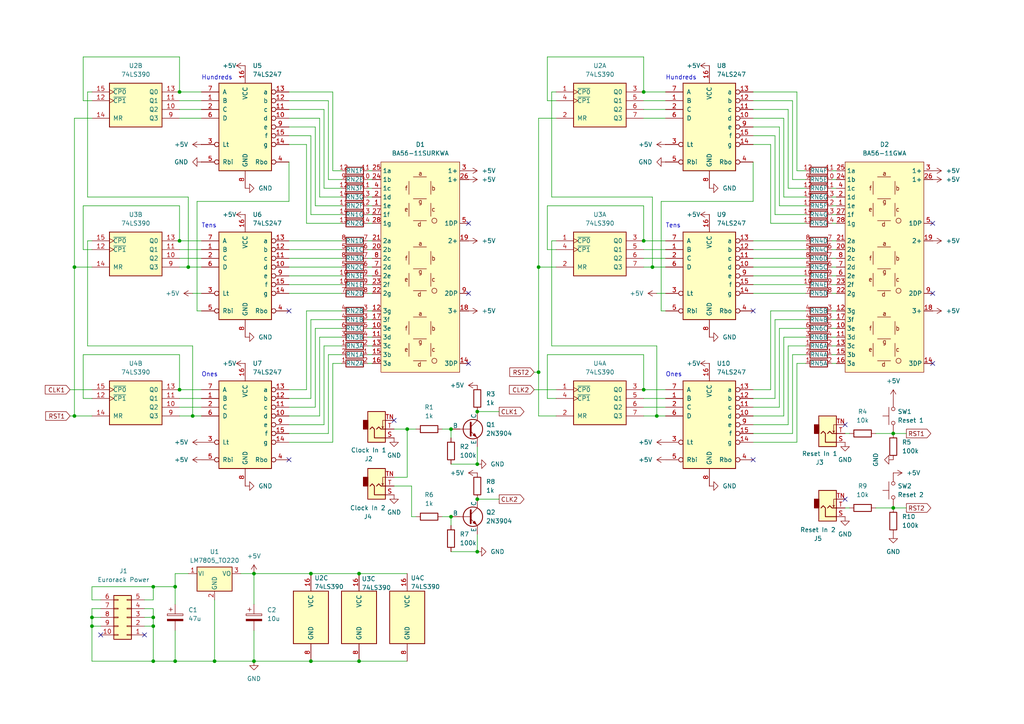
<source format=kicad_sch>
(kicad_sch (version 20250114) (generator "eeschema") (generator_version "9.0")
  (paper "A4")
  (text "Ones" (at 193.04 108.712 0) (effects (font (size 1.27 1.27)) (justify left)))
  (text "Tens" (at 58.42 65.532 0) (effects (font (size 1.27 1.27)) (justify left)))
  (text "Hundreds" (at 58.42 22.606 0) (effects (font (size 1.27 1.27)) (justify left)))
  (text "Ones" (at 58.42 108.712 0) (effects (font (size 1.27 1.27)) (justify left)))
  (text "Tens" (at 193.04 65.532 0) (effects (font (size 1.27 1.27)) (justify left)))
  (text "Hundreds" (at 193.04 22.606 0) (effects (font (size 1.27 1.27)) (justify left)))
  (junction (at 104.14 166.37))
  (junction (at 259.08 125.73))
  (junction (at 130.81 149.86))
  (junction (at 44.45 170.18))
  (junction (at 52.07 113.03))
  (junction (at 190.5 120.65))
  (junction (at 259.08 147.32))
  (junction (at 118.11 124.46))
  (junction (at 138.43 160.02))
  (junction (at 21.59 77.47))
  (junction (at 44.45 181.61))
  (junction (at 138.43 134.62))
  (junction (at 55.88 120.65))
  (junction (at 138.43 144.78))
  (junction (at 52.07 69.85))
  (junction (at 186.69 113.03))
  (junction (at 138.43 119.38))
  (junction (at 50.8 191.77))
  (junction (at 186.69 69.85))
  (junction (at 26.67 181.61))
  (junction (at 44.45 191.77))
  (junction (at 156.21 107.95))
  (junction (at 90.17 166.37))
  (junction (at 44.45 179.07))
  (junction (at 186.69 26.67))
  (junction (at 50.8 170.18))
  (junction (at 54.61 77.47))
  (junction (at 156.21 77.47))
  (junction (at 104.14 191.77))
  (junction (at 73.66 191.77))
  (junction (at 62.23 191.77))
  (junction (at 130.81 124.46))
  (junction (at 73.66 166.37))
  (junction (at 52.07 26.67))
  (junction (at 189.23 77.47))
  (junction (at 90.17 191.77))
  (junction (at 21.59 120.65))
  (junction (at 26.67 179.07))
  (no_connect (at 41.91 184.15))
  (no_connect (at 83.82 133.35))
  (no_connect (at 270.51 105.41))
  (no_connect (at 270.51 64.77))
  (no_connect (at 135.89 64.77))
  (no_connect (at 135.89 85.09))
  (no_connect (at 218.44 90.17))
  (no_connect (at 135.89 105.41))
  (no_connect (at 114.3 121.92))
  (no_connect (at 218.44 133.35))
  (no_connect (at 83.82 90.17))
  (no_connect (at 245.11 123.19))
  (no_connect (at 29.21 184.15))
  (no_connect (at 270.51 85.09))
  (no_connect (at 245.11 144.78))
  (wire (pts (xy 161.29 72.39) (xy 158.75 72.39)))
  (wire (pts (xy 191.77 90.17) (xy 191.77 58.42)))
  (wire (pts (xy 54.61 77.47) (xy 58.42 77.47)))
  (wire (pts (xy 26.67 173.99) (xy 26.67 170.18)))
  (wire (pts (xy 186.69 34.29) (xy 193.04 34.29)))
  (wire (pts (xy 106.68 77.47) (xy 107.95 77.47)))
  (wire (pts (xy 228.6 123.19) (xy 228.6 100.33)))
  (wire (pts (xy 104.14 191.77) (xy 118.11 191.77)))
  (wire (pts (xy 25.4 57.15) (xy 25.4 26.67)))
  (wire (pts (xy 44.45 181.61) (xy 44.45 191.77)))
  (wire (pts (xy 52.07 102.87) (xy 24.13 102.87)))
  (wire (pts (xy 41.91 179.07) (xy 44.45 179.07)))
  (wire (pts (xy 241.3 64.77) (xy 242.57 64.77)))
  (wire (pts (xy 58.42 90.17) (xy 57.15 90.17)))
  (wire (pts (xy 96.52 49.53) (xy 99.06 49.53)))
  (wire (pts (xy 57.15 90.17) (xy 57.15 58.42)))
  (wire (pts (xy 241.3 54.61) (xy 242.57 54.61)))
  (wire (pts (xy 218.44 39.37) (xy 224.79 39.37)))
  (wire (pts (xy 52.07 69.85) (xy 58.42 69.85)))
  (wire (pts (xy 83.82 118.11) (xy 91.44 118.11)))
  (wire (pts (xy 50.8 191.77) (xy 62.23 191.77)))
  (wire (pts (xy 24.13 16.51) (xy 52.07 16.51)))
  (wire (pts (xy 106.68 59.69) (xy 107.95 59.69)))
  (wire (pts (xy 218.44 80.01) (xy 233.68 80.01)))
  (wire (pts (xy 218.44 72.39) (xy 233.68 72.39)))
  (wire (pts (xy 186.69 69.85) (xy 193.04 69.85)))
  (wire (pts (xy 83.82 115.57) (xy 90.17 115.57)))
  (wire (pts (xy 241.3 57.15) (xy 242.57 57.15)))
  (wire (pts (xy 41.91 181.61) (xy 44.45 181.61)))
  (wire (pts (xy 160.02 57.15) (xy 160.02 26.67)))
  (wire (pts (xy 83.82 34.29) (xy 92.71 34.29)))
  (wire (pts (xy 241.3 100.33) (xy 242.57 100.33)))
  (wire (pts (xy 83.82 123.19) (xy 93.98 123.19)))
  (wire (pts (xy 91.44 59.69) (xy 99.06 59.69)))
  (wire (pts (xy 92.71 120.65) (xy 83.82 120.65)))
  (wire (pts (xy 95.25 102.87) (xy 99.06 102.87)))
  (wire (pts (xy 88.9 41.91) (xy 88.9 64.77)))
  (wire (pts (xy 160.02 26.67) (xy 161.29 26.67)))
  (wire (pts (xy 24.13 102.87) (xy 24.13 115.57)))
  (wire (pts (xy 93.98 31.75) (xy 93.98 54.61)))
  (wire (pts (xy 52.07 31.75) (xy 58.42 31.75)))
  (wire (pts (xy 90.17 92.71) (xy 99.06 92.71)))
  (wire (pts (xy 73.66 182.88) (xy 73.66 191.77)))
  (wire (pts (xy 106.68 82.55) (xy 107.95 82.55)))
  (wire (pts (xy 158.75 16.51) (xy 186.69 16.51)))
  (wire (pts (xy 106.68 97.79) (xy 107.95 97.79)))
  (wire (pts (xy 83.82 29.21) (xy 95.25 29.21)))
  (wire (pts (xy 90.17 166.37) (xy 104.14 166.37)))
  (wire (pts (xy 119.38 149.86) (xy 120.65 149.86)))
  (wire (pts (xy 226.06 95.25) (xy 233.68 95.25)))
  (wire (pts (xy 88.9 64.77) (xy 99.06 64.77)))
  (wire (pts (xy 83.82 58.42) (xy 83.82 46.99)))
  (wire (pts (xy 228.6 31.75) (xy 228.6 54.61)))
  (wire (pts (xy 156.21 107.95) (xy 156.21 120.65)))
  (wire (pts (xy 91.44 36.83) (xy 91.44 59.69)))
  (wire (pts (xy 62.23 173.99) (xy 62.23 191.77)))
  (wire (pts (xy 186.69 72.39) (xy 193.04 72.39)))
  (wire (pts (xy 83.82 77.47) (xy 99.06 77.47)))
  (wire (pts (xy 62.23 191.77) (xy 73.66 191.77)))
  (wire (pts (xy 241.3 82.55) (xy 242.57 82.55)))
  (wire (pts (xy 21.59 77.47) (xy 26.67 77.47)))
  (wire (pts (xy 218.44 125.73) (xy 229.87 125.73)))
  (wire (pts (xy 241.3 97.79) (xy 242.57 97.79)))
  (wire (pts (xy 90.17 39.37) (xy 90.17 62.23)))
  (wire (pts (xy 44.45 179.07) (xy 44.45 181.61)))
  (wire (pts (xy 92.71 34.29) (xy 92.71 57.15)))
  (wire (pts (xy 241.3 69.85) (xy 242.57 69.85)))
  (wire (pts (xy 190.5 85.09) (xy 193.04 85.09)))
  (wire (pts (xy 26.67 176.53) (xy 29.21 176.53)))
  (wire (pts (xy 114.3 124.46) (xy 118.11 124.46)))
  (wire (pts (xy 92.71 97.79) (xy 92.71 120.65)))
  (wire (pts (xy 218.44 34.29) (xy 227.33 34.29)))
  (wire (pts (xy 41.91 176.53) (xy 44.45 176.53)))
  (wire (pts (xy 106.68 52.07) (xy 107.95 52.07)))
  (wire (pts (xy 106.68 102.87) (xy 107.95 102.87)))
  (wire (pts (xy 193.04 90.17) (xy 191.77 90.17)))
  (wire (pts (xy 83.82 125.73) (xy 95.25 125.73)))
  (wire (pts (xy 158.75 29.21) (xy 158.75 16.51)))
  (wire (pts (xy 224.79 115.57) (xy 224.79 92.71)))
  (wire (pts (xy 55.88 100.33) (xy 55.88 120.65)))
  (wire (pts (xy 106.68 92.71) (xy 107.95 92.71)))
  (wire (pts (xy 26.67 191.77) (xy 26.67 181.61)))
  (wire (pts (xy 259.08 125.73) (xy 262.89 125.73)))
  (wire (pts (xy 88.9 90.17) (xy 88.9 113.03)))
  (wire (pts (xy 231.14 26.67) (xy 231.14 49.53)))
  (wire (pts (xy 57.15 58.42) (xy 83.82 58.42)))
  (wire (pts (xy 26.67 120.65) (xy 21.59 120.65)))
  (wire (pts (xy 218.44 58.42) (xy 218.44 46.99)))
  (wire (pts (xy 52.07 77.47) (xy 54.61 77.47)))
  (wire (pts (xy 154.94 113.03) (xy 161.29 113.03)))
  (wire (pts (xy 24.13 29.21) (xy 24.13 16.51)))
  (wire (pts (xy 118.11 124.46) (xy 118.11 138.43)))
  (wire (pts (xy 52.07 29.21) (xy 58.42 29.21)))
  (wire (pts (xy 96.52 105.41) (xy 99.06 105.41)))
  (wire (pts (xy 229.87 29.21) (xy 229.87 52.07)))
  (wire (pts (xy 130.81 149.86) (xy 130.81 152.4)))
  (wire (pts (xy 26.67 69.85) (xy 25.4 69.85)))
  (wire (pts (xy 161.29 29.21) (xy 158.75 29.21)))
  (wire (pts (xy 95.25 29.21) (xy 95.25 52.07)))
  (wire (pts (xy 223.52 90.17) (xy 223.52 113.03)))
  (wire (pts (xy 218.44 36.83) (xy 226.06 36.83)))
  (wire (pts (xy 241.3 105.41) (xy 242.57 105.41)))
  (wire (pts (xy 93.98 54.61) (xy 99.06 54.61)))
  (wire (pts (xy 228.6 54.61) (xy 233.68 54.61)))
  (wire (pts (xy 91.44 95.25) (xy 99.06 95.25)))
  (wire (pts (xy 21.59 77.47) (xy 21.59 120.65)))
  (wire (pts (xy 52.07 72.39) (xy 58.42 72.39)))
  (wire (pts (xy 156.21 77.47) (xy 161.29 77.47)))
  (wire (pts (xy 93.98 100.33) (xy 99.06 100.33)))
  (wire (pts (xy 160.02 100.33) (xy 190.5 100.33)))
  (wire (pts (xy 26.67 34.29) (xy 21.59 34.29)))
  (wire (pts (xy 138.43 144.78) (xy 144.78 144.78)))
  (wire (pts (xy 186.69 77.47) (xy 189.23 77.47)))
  (wire (pts (xy 186.69 31.75) (xy 193.04 31.75)))
  (wire (pts (xy 138.43 154.94) (xy 138.43 160.02)))
  (wire (pts (xy 106.68 85.09) (xy 107.95 85.09)))
  (wire (pts (xy 26.67 179.07) (xy 29.21 179.07)))
  (wire (pts (xy 189.23 77.47) (xy 193.04 77.47)))
  (wire (pts (xy 241.3 72.39) (xy 242.57 72.39)))
  (wire (pts (xy 83.82 36.83) (xy 91.44 36.83)))
  (wire (pts (xy 26.67 29.21) (xy 24.13 29.21)))
  (wire (pts (xy 218.44 31.75) (xy 228.6 31.75)))
  (wire (pts (xy 160.02 69.85) (xy 160.02 100.33)))
  (wire (pts (xy 83.82 69.85) (xy 99.06 69.85)))
  (wire (pts (xy 241.3 95.25) (xy 242.57 95.25)))
  (wire (pts (xy 226.06 36.83) (xy 226.06 59.69)))
  (wire (pts (xy 218.44 115.57) (xy 224.79 115.57)))
  (wire (pts (xy 224.79 39.37) (xy 224.79 62.23)))
  (wire (pts (xy 156.21 77.47) (xy 156.21 107.95)))
  (wire (pts (xy 83.82 31.75) (xy 93.98 31.75)))
  (wire (pts (xy 26.67 170.18) (xy 44.45 170.18)))
  (wire (pts (xy 106.68 69.85) (xy 107.95 69.85)))
  (wire (pts (xy 233.68 90.17) (xy 223.52 90.17)))
  (wire (pts (xy 106.68 64.77) (xy 107.95 64.77)))
  (wire (pts (xy 83.82 26.67) (xy 96.52 26.67)))
  (wire (pts (xy 52.07 120.65) (xy 55.88 120.65)))
  (wire (pts (xy 91.44 118.11) (xy 91.44 95.25)))
  (wire (pts (xy 241.3 85.09) (xy 242.57 85.09)))
  (wire (pts (xy 69.85 166.37) (xy 73.66 166.37)))
  (wire (pts (xy 44.45 176.53) (xy 44.45 179.07)))
  (wire (pts (xy 26.67 179.07) (xy 26.67 176.53)))
  (wire (pts (xy 259.08 147.32) (xy 262.89 147.32)))
  (wire (pts (xy 241.3 77.47) (xy 242.57 77.47)))
  (wire (pts (xy 50.8 170.18) (xy 50.8 175.26)))
  (wire (pts (xy 106.68 54.61) (xy 107.95 54.61)))
  (wire (pts (xy 233.68 97.79) (xy 227.33 97.79)))
  (wire (pts (xy 218.44 128.27) (xy 231.14 128.27)))
  (wire (pts (xy 241.3 80.01) (xy 242.57 80.01)))
  (wire (pts (xy 241.3 52.07) (xy 242.57 52.07)))
  (wire (pts (xy 158.75 102.87) (xy 158.75 115.57)))
  (wire (pts (xy 138.43 129.54) (xy 138.43 134.62)))
  (wire (pts (xy 231.14 105.41) (xy 233.68 105.41)))
  (wire (pts (xy 95.25 52.07) (xy 99.06 52.07)))
  (wire (pts (xy 54.61 77.47) (xy 54.61 57.15)))
  (wire (pts (xy 26.67 181.61) (xy 29.21 181.61)))
  (wire (pts (xy 186.69 29.21) (xy 193.04 29.21)))
  (wire (pts (xy 24.13 72.39) (xy 24.13 59.69)))
  (wire (pts (xy 26.67 173.99) (xy 29.21 173.99)))
  (wire (pts (xy 158.75 72.39) (xy 158.75 59.69)))
  (wire (pts (xy 52.07 115.57) (xy 58.42 115.57)))
  (wire (pts (xy 20.32 120.65) (xy 21.59 120.65)))
  (wire (pts (xy 25.4 26.67) (xy 26.67 26.67)))
  (wire (pts (xy 223.52 64.77) (xy 233.68 64.77)))
  (wire (pts (xy 118.11 138.43) (xy 114.3 138.43)))
  (wire (pts (xy 104.14 166.37) (xy 118.11 166.37)))
  (wire (pts (xy 106.68 105.41) (xy 107.95 105.41)))
  (wire (pts (xy 119.38 140.97) (xy 114.3 140.97)))
  (wire (pts (xy 83.82 74.93) (xy 99.06 74.93)))
  (wire (pts (xy 26.67 72.39) (xy 24.13 72.39)))
  (wire (pts (xy 227.33 57.15) (xy 233.68 57.15)))
  (wire (pts (xy 218.44 74.93) (xy 233.68 74.93)))
  (wire (pts (xy 90.17 115.57) (xy 90.17 92.71)))
  (wire (pts (xy 224.79 92.71) (xy 233.68 92.71)))
  (wire (pts (xy 241.3 74.93) (xy 242.57 74.93)))
  (wire (pts (xy 44.45 170.18) (xy 44.45 173.99)))
  (wire (pts (xy 24.13 59.69) (xy 52.07 59.69)))
  (wire (pts (xy 83.82 41.91) (xy 88.9 41.91)))
  (wire (pts (xy 73.66 191.77) (xy 90.17 191.77)))
  (wire (pts (xy 52.07 113.03) (xy 52.07 102.87)))
  (wire (pts (xy 227.33 97.79) (xy 227.33 120.65)))
  (wire (pts (xy 119.38 149.86) (xy 119.38 140.97)))
  (wire (pts (xy 254 147.32) (xy 259.08 147.32)))
  (wire (pts (xy 52.07 16.51) (xy 52.07 26.67)))
  (wire (pts (xy 156.21 34.29) (xy 156.21 77.47)))
  (wire (pts (xy 241.3 102.87) (xy 242.57 102.87)))
  (wire (pts (xy 190.5 100.33) (xy 190.5 120.65)))
  (wire (pts (xy 227.33 34.29) (xy 227.33 57.15)))
  (wire (pts (xy 228.6 100.33) (xy 233.68 100.33)))
  (wire (pts (xy 73.66 166.37) (xy 90.17 166.37)))
  (wire (pts (xy 227.33 120.65) (xy 218.44 120.65)))
  (wire (pts (xy 241.3 92.71) (xy 242.57 92.71)))
  (wire (pts (xy 231.14 49.53) (xy 233.68 49.53)))
  (wire (pts (xy 218.44 118.11) (xy 226.06 118.11)))
  (wire (pts (xy 241.3 62.23) (xy 242.57 62.23)))
  (wire (pts (xy 106.68 90.17) (xy 107.95 90.17)))
  (wire (pts (xy 218.44 29.21) (xy 229.87 29.21)))
  (wire (pts (xy 88.9 113.03) (xy 83.82 113.03)))
  (wire (pts (xy 223.52 113.03) (xy 218.44 113.03)))
  (wire (pts (xy 138.43 119.38) (xy 144.78 119.38)))
  (wire (pts (xy 99.06 90.17) (xy 88.9 90.17)))
  (wire (pts (xy 218.44 82.55) (xy 233.68 82.55)))
  (wire (pts (xy 106.68 100.33) (xy 107.95 100.33)))
  (wire (pts (xy 44.45 191.77) (xy 50.8 191.77)))
  (wire (pts (xy 24.13 115.57) (xy 26.67 115.57)))
  (wire (pts (xy 128.27 124.46) (xy 130.81 124.46)))
  (wire (pts (xy 83.82 39.37) (xy 90.17 39.37)))
  (wire (pts (xy 44.45 173.99) (xy 41.91 173.99)))
  (wire (pts (xy 218.44 77.47) (xy 233.68 77.47)))
  (wire (pts (xy 223.52 41.91) (xy 223.52 64.77)))
  (wire (pts (xy 191.77 58.42) (xy 218.44 58.42)))
  (wire (pts (xy 186.69 118.11) (xy 193.04 118.11)))
  (wire (pts (xy 83.82 85.09) (xy 99.06 85.09)))
  (wire (pts (xy 52.07 34.29) (xy 58.42 34.29)))
  (wire (pts (xy 218.44 85.09) (xy 233.68 85.09)))
  (wire (pts (xy 106.68 95.25) (xy 107.95 95.25)))
  (wire (pts (xy 161.29 120.65) (xy 156.21 120.65)))
  (wire (pts (xy 50.8 166.37) (xy 50.8 170.18)))
  (wire (pts (xy 106.68 62.23) (xy 107.95 62.23)))
  (wire (pts (xy 54.61 166.37) (xy 50.8 166.37)))
  (wire (pts (xy 55.88 85.09) (xy 58.42 85.09)))
  (wire (pts (xy 83.82 80.01) (xy 99.06 80.01)))
  (wire (pts (xy 106.68 57.15) (xy 107.95 57.15)))
  (wire (pts (xy 20.32 113.03) (xy 26.67 113.03)))
  (wire (pts (xy 106.68 49.53) (xy 107.95 49.53)))
  (wire (pts (xy 128.27 149.86) (xy 130.81 149.86)))
  (wire (pts (xy 55.88 120.65) (xy 58.42 120.65)))
  (wire (pts (xy 92.71 57.15) (xy 99.06 57.15)))
  (wire (pts (xy 83.82 82.55) (xy 99.06 82.55)))
  (wire (pts (xy 161.29 69.85) (xy 160.02 69.85)))
  (wire (pts (xy 83.82 128.27) (xy 96.52 128.27)))
  (wire (pts (xy 229.87 52.07) (xy 233.68 52.07)))
  (wire (pts (xy 21.59 34.29) (xy 21.59 77.47)))
  (wire (pts (xy 154.94 107.95) (xy 156.21 107.95)))
  (wire (pts (xy 130.81 127) (xy 130.81 124.46)))
  (wire (pts (xy 99.06 97.79) (xy 92.71 97.79)))
  (wire (pts (xy 96.52 26.67) (xy 96.52 49.53)))
  (wire (pts (xy 186.69 26.67) (xy 193.04 26.67)))
  (wire (pts (xy 52.07 26.67) (xy 58.42 26.67)))
  (wire (pts (xy 54.61 57.15) (xy 25.4 57.15)))
  (wire (pts (xy 50.8 182.88) (xy 50.8 191.77)))
  (wire (pts (xy 229.87 102.87) (xy 233.68 102.87)))
  (wire (pts (xy 241.3 59.69) (xy 242.57 59.69)))
  (wire (pts (xy 52.07 113.03) (xy 58.42 113.03)))
  (wire (pts (xy 90.17 62.23) (xy 99.06 62.23)))
  (wire (pts (xy 25.4 100.33) (xy 55.88 100.33)))
  (wire (pts (xy 226.06 59.69) (xy 233.68 59.69)))
  (wire (pts (xy 186.69 59.69) (xy 186.69 69.85)))
  (wire (pts (xy 95.25 125.73) (xy 95.25 102.87)))
  (wire (pts (xy 186.69 113.03) (xy 193.04 113.03)))
  (wire (pts (xy 118.11 124.46) (xy 120.65 124.46)))
  (wire (pts (xy 96.52 128.27) (xy 96.52 105.41)))
  (wire (pts (xy 245.11 125.73) (xy 246.38 125.73)))
  (wire (pts (xy 226.06 118.11) (xy 226.06 95.25)))
  (wire (pts (xy 189.23 57.15) (xy 160.02 57.15)))
  (wire (pts (xy 52.07 74.93) (xy 58.42 74.93)))
  (wire (pts (xy 218.44 26.67) (xy 231.14 26.67)))
  (wire (pts (xy 90.17 191.77) (xy 104.14 191.77)))
  (wire (pts (xy 190.5 120.65) (xy 193.04 120.65)))
  (wire (pts (xy 44.45 191.77) (xy 26.67 191.77)))
  (wire (pts (xy 106.68 74.93) (xy 107.95 74.93)))
  (wire (pts (xy 218.44 123.19) (xy 228.6 123.19)))
  (wire (pts (xy 161.29 34.29) (xy 156.21 34.29)))
  (wire (pts (xy 245.11 147.32) (xy 246.38 147.32)))
  (wire (pts (xy 52.07 118.11) (xy 58.42 118.11)))
  (wire (pts (xy 158.75 59.69) (xy 186.69 59.69)))
  (wire (pts (xy 52.07 59.69) (xy 52.07 69.85)))
  (wire (pts (xy 106.68 80.01) (xy 107.95 80.01)))
  (wire (pts (xy 229.87 125.73) (xy 229.87 102.87)))
  (wire (pts (xy 186.69 102.87) (xy 158.75 102.87)))
  (wire (pts (xy 241.3 49.53) (xy 242.57 49.53)))
  (wire (pts (xy 241.3 90.17) (xy 242.57 90.17)))
  (wire (pts (xy 26.67 181.61) (xy 26.67 179.07)))
  (wire (pts (xy 224.79 62.23) (xy 233.68 62.23)))
  (wire (pts (xy 186.69 16.51) (xy 186.69 26.67)))
  (wire (pts (xy 83.82 72.39) (xy 99.06 72.39)))
  (wire (pts (xy 186.69 120.65) (xy 190.5 120.65)))
  (wire (pts (xy 93.98 123.19) (xy 93.98 100.33)))
  (wire (pts (xy 73.66 166.37) (xy 73.66 175.26)))
  (wire (pts (xy 218.44 69.85) (xy 233.68 69.85)))
  (wire (pts (xy 186.69 115.57) (xy 193.04 115.57)))
  (wire (pts (xy 44.45 170.18) (xy 50.8 170.18)))
  (wire (pts (xy 130.81 134.62) (xy 138.43 134.62)))
  (wire (pts (xy 231.14 128.27) (xy 231.14 105.41)))
  (wire (pts (xy 130.81 160.02) (xy 138.43 160.02)))
  (wire (pts (xy 106.68 72.39) (xy 107.95 72.39)))
  (wire (pts (xy 254 125.73) (xy 259.08 125.73)))
  (wire (pts (xy 186.69 74.93) (xy 193.04 74.93)))
  (wire (pts (xy 218.44 41.91) (xy 223.52 41.91)))
  (wire (pts (xy 186.69 113.03) (xy 186.69 102.87)))
  (wire (pts (xy 158.75 115.57) (xy 161.29 115.57)))
  (wire (pts (xy 25.4 69.85) (xy 25.4 100.33)))
  (wire (pts (xy 189.23 77.47) (xy 189.23 57.15)))
  (global_label "CLK1" (shape input) (at 20.32 113.03 180) (property "Intersheetrefs" "${INTERSHEET_REFS}" (effects (hide yes))))
  (global_label "RST1" (shape output) (at 262.89 125.73 0) (property "Intersheetrefs" "${INTERSHEET_REFS}" (effects (hide yes))))
  (global_label "CLK2" (shape output) (at 144.78 144.78 0) (property "Intersheetrefs" "${INTERSHEET_REFS}" (effects (hide yes))))
  (global_label "CLK2" (shape input) (at 154.94 113.03 180) (property "Intersheetrefs" "${INTERSHEET_REFS}" (effects (hide yes))))
  (global_label "RST2" (shape input) (at 154.94 107.95 180) (property "Intersheetrefs" "${INTERSHEET_REFS}" (effects (hide yes))))
  (global_label "RST1" (shape input) (at 20.32 120.65 180) (property "Intersheetrefs" "${INTERSHEET_REFS}" (effects (hide yes))))
  (global_label "RST2" (shape output) (at 262.89 147.32 0) (property "Intersheetrefs" "${INTERSHEET_REFS}" (effects (hide yes))))
  (global_label "CLK1" (shape output) (at 144.78 119.38 0) (property "Intersheetrefs" "${INTERSHEET_REFS}" (effects (hide yes))))
  (symbol (lib_id "power:GND") (at 71.12 97.79 90) (unit 1)
    (property "Reference" "#PWR05" (effects (hide yes)))
    (property "Value" "GND" (at 74.93 97.7899 90) (effects (justify right)))
    (property "Description" "Power symbol creates a global label with name \"GND\" , ground" (effects (hide yes)))
  )
  (symbol (lib_id "power:+5V") (at 138.43 137.16 90) (unit 1)
    (property "Reference" "#PWR041" (effects (hide yes)))
    (property "Value" "+5V" (at 134.62 137.1599 90) (effects (justify left)))
    (property "Description" "Power symbol creates a global label with name \"+5V\"" (effects (hide yes)))
  )
  (symbol (lib_id "Switch:SW_Push") (at 259.08 120.65 90) (unit 1)
    (property "Reference" "SW1" (at 260.35 119.3799 90) (effects (justify right)))
    (property "Value" "Reset 1" (at 260.35 121.9199 90) (effects (justify right)))
    (property "Footprint" "MAI_Button_Switch_THT:SW_CK_D6R40_Red" (effects (hide yes)))
    (property "Description" "Push button switch, generic, two pins" (effects (hide yes)))
  )
  (symbol (lib_id "Device:R_Pack07_SIP_Split") (at 237.49 52.07 270) (unit 5)
    (property "Reference" "RN5" (at 237.49 52.07 90))
    (property "Value" "R_Pack07_SIP_Split" (effects (hide yes)))
    (property "Footprint" "Resistor_THT:R_Array_SIP14" (effects (hide yes)))
    (property "Datasheet" "http://www.vishay.com/docs/31509/csc.pdf" (effects (hide yes)))
    (property "Description" "7 resistor network, parallel topology, SIP package, split" (effects (hide yes)))
  )
  (symbol (lib_id "Device:R_Pack07_SIP_Split") (at 237.49 95.25 90) (unit 3)
    (property "Reference" "RN6" (at 237.49 95.25 90))
    (property "Value" "R_Pack07_SIP_Split" (effects (hide yes)))
    (property "Footprint" "Resistor_THT:R_Array_SIP14" (effects (hide yes)))
    (property "Datasheet" "http://www.vishay.com/docs/31509/csc.pdf" (effects (hide yes)))
    (property "Description" "7 resistor network, parallel topology, SIP package, split" (effects (hide yes)))
  )
  (symbol (lib_id "power:GND") (at 114.3 143.51 0) (unit 1)
    (property "Reference" "#PWR038" (effects (hide yes)))
    (property "Value" "GND" (at 114.3 148.59 0))
    (property "Description" "Power symbol creates a global label with name \"GND\" , ground" (effects (hide yes)))
  )
  (symbol (lib_id "Device:R_Pack07_SIP_Split") (at 237.49 105.41 270) (unit 1)
    (property "Reference" "RN5" (at 237.49 105.41 90))
    (property "Value" "R_Pack07_SIP_Split" (effects (hide yes)))
    (property "Footprint" "Resistor_THT:R_Array_SIP14" (effects (hide yes)))
    (property "Datasheet" "http://www.vishay.com/docs/31509/csc.pdf" (effects (hide yes)))
    (property "Description" "7 resistor network, parallel topology, SIP package, split" (effects (hide yes)))
  )
  (symbol (lib_id "power:GND") (at 205.74 54.61 90) (unit 1)
    (property "Reference" "#PWR028" (effects (hide yes)))
    (property "Value" "GND" (at 209.55 54.6099 90) (effects (justify right)))
    (property "Description" "Power symbol creates a global label with name \"GND\" , ground" (effects (hide yes)))
  )
  (symbol (lib_id "Device:R_Pack07_SIP_Split") (at 237.49 100.33 270) (unit 1)
    (property "Reference" "RN6" (at 237.49 100.33 90))
    (property "Value" "R_Pack07_SIP_Split" (effects (hide yes)))
    (property "Footprint" "Resistor_THT:R_Array_SIP14" (effects (hide yes)))
    (property "Datasheet" "http://www.vishay.com/docs/31509/csc.pdf" (effects (hide yes)))
    (property "Description" "7 resistor network, parallel topology, SIP package, split" (effects (hide yes)))
  )
  (symbol (lib_id "power:GND") (at 205.74 97.79 90) (unit 1)
    (property "Reference" "#PWR030" (effects (hide yes)))
    (property "Value" "GND" (at 209.55 97.7899 90) (effects (justify right)))
    (property "Description" "Power symbol creates a global label with name \"GND\" , ground" (effects (hide yes)))
  )
  (symbol (lib_id "Device:R_Pack07_SIP_Split") (at 237.49 59.69 270) (unit 6)
    (property "Reference" "RN5" (at 237.49 59.69 90))
    (property "Value" "R_Pack07_SIP_Split" (effects (hide yes)))
    (property "Footprint" "Resistor_THT:R_Array_SIP14" (effects (hide yes)))
    (property "Datasheet" "http://www.vishay.com/docs/31509/csc.pdf" (effects (hide yes)))
    (property "Description" "7 resistor network, parallel topology, SIP package, split" (effects (hide yes)))
  )
  (symbol (lib_id "Connector_Audio:AudioJack2_SwitchT") (at 109.22 140.97 0) (mirror x) (unit 1)
    (property "Reference" "J4" (at 106.68 149.86 0))
    (property "Value" "Clock In 2" (at 106.68 147.32 0))
    (property "Footprint" "MAI_Connector_Audio:Jack_3.5mm_QingPu_WQP-PJ301BM_Vertical" (effects (hide yes)))
    (property "Description" "Audio Jack, 2 Poles (Mono / TS), Switched T Pole (Normalling)" (effects (hide yes)))
  )
  (symbol (lib_id "power:GND") (at 259.08 133.35 270) (unit 1)
    (property "Reference" "#PWR08" (effects (hide yes)))
    (property "Value" "GND" (at 254 133.35 0))
    (property "Description" "Power symbol creates a global label with name \"GND\" , ground" (effects (hide yes)))
  )
  (symbol (lib_id "Device:R_Pack07_SIP_Split") (at 102.87 90.17 90) (unit 2)
    (property "Reference" "RN2" (at 102.87 90.17 90))
    (property "Value" "R_Pack07_SIP_Split" (effects (hide yes)))
    (property "Footprint" "Resistor_THT:R_Array_SIP14" (effects (hide yes)))
    (property "Datasheet" "http://www.vishay.com/docs/31509/csc.pdf" (effects (hide yes)))
    (property "Description" "7 resistor network, parallel topology, SIP package, split" (effects (hide yes)))
  )
  (symbol (lib_id "74xx:74LS390") (at 173.99 29.21 0) (unit 1)
    (property "Reference" "U2" (at 173.99 19.05 0))
    (property "Value" "74LS390" (at 173.99 21.59 0))
    (property "Footprint" "MAI_Package_DIP:DIP-16_W7.62mm_Socket_WithChip" (effects (hide yes)))
    (property "Datasheet" "http://www.ti.com/lit/gpn/sn74LS390" (effects (hide yes)))
    (property "Description" "Dual BCD 4-bit counter" (effects (hide yes)))
  )
  (symbol (lib_id "Device:R_Pack07_SIP_Split") (at 102.87 77.47 270) (unit 3)
    (property "Reference" "RN2" (at 102.87 77.47 90))
    (property "Value" "R_Pack07_SIP_Split" (effects (hide yes)))
    (property "Footprint" "Resistor_THT:R_Array_SIP14" (effects (hide yes)))
    (property "Datasheet" "http://www.vishay.com/docs/31509/csc.pdf" (effects (hide yes)))
    (property "Description" "7 resistor network, parallel topology, SIP package, split" (effects (hide yes)))
  )
  (symbol (lib_id "power:+5V") (at 73.66 166.37 0) (unit 1)
    (property "Reference" "#PWR043" (effects (hide yes)))
    (property "Value" "+5V" (at 73.66 161.29 0))
    (property "Description" "Power symbol creates a global label with name \"+5V\"" (effects (hide yes)))
  )
  (symbol (lib_id "Device:R_Pack07_SIP_Split") (at 102.87 62.23 90) (unit 7)
    (property "Reference" "RN1" (at 102.87 62.23 90))
    (property "Value" "R_Pack07_SIP_Split" (effects (hide yes)))
    (property "Footprint" "Resistor_THT:R_Array_SIP14" (effects (hide yes)))
    (property "Datasheet" "http://www.vishay.com/docs/31509/csc.pdf" (effects (hide yes)))
    (property "Description" "7 resistor network, parallel topology, SIP package, split" (effects (hide yes)))
  )
  (symbol (lib_id "Device:R_Pack07_SIP_Split") (at 102.87 64.77 270) (unit 7)
    (property "Reference" "RN2" (at 102.87 64.77 90))
    (property "Value" "R_Pack07_SIP_Split" (effects (hide yes)))
    (property "Footprint" "Resistor_THT:R_Array_SIP14" (effects (hide yes)))
    (property "Datasheet" "http://www.vishay.com/docs/31509/csc.pdf" (effects (hide yes)))
    (property "Description" "7 resistor network, parallel topology, SIP package, split" (effects (hide yes)))
  )
  (symbol (lib_id "74xx:74LS390") (at 39.37 115.57 0) (unit 2)
    (property "Reference" "U4" (at 39.37 105.41 0))
    (property "Value" "74LS390" (at 39.37 107.95 0))
    (property "Footprint" "MAI_Package_DIP:DIP-16_W7.62mm_Socket_WithChip" (effects (hide yes)))
    (property "Datasheet" "http://www.ti.com/lit/gpn/sn74LS390" (effects (hide yes)))
    (property "Description" "Dual BCD 4-bit counter" (effects (hide yes)))
  )
  (symbol (lib_id "power:+5V") (at 270.51 52.07 270) (unit 1)
    (property "Reference" "#PWR034" (effects (hide yes)))
    (property "Value" "+5V" (at 274.32 52.0699 90) (effects (justify left)))
    (property "Description" "Power symbol creates a global label with name \"+5V\"" (effects (hide yes)))
  )
  (symbol (lib_id "power:+5V") (at 259.08 115.57 0) (unit 1)
    (property "Reference" "#PWR07" (effects (hide yes)))
    (property "Value" "+5V" (at 259.08 110.49 0))
    (property "Description" "Power symbol creates a global label with name \"+5V\"" (effects (hide yes)))
  )
  (symbol (lib_id "power:GND") (at 73.66 191.77 0) (unit 1)
    (property "Reference" "#PWR044" (effects (hide yes)))
    (property "Value" "GND" (at 73.66 196.85 0))
    (property "Description" "Power symbol creates a global label with name \"GND\" , ground" (effects (hide yes)))
  )
  (symbol (lib_id "Connector_Audio:AudioJack2_SwitchT") (at 240.03 147.32 0) (mirror x) (unit 1)
    (property "Reference" "J5" (at 237.236 156.21 0))
    (property "Value" "Reset In 2" (at 237.236 153.67 0))
    (property "Footprint" "MAI_Connector_Audio:Jack_3.5mm_QingPu_WQP-PJ301BM_Vertical" (effects (hide yes)))
    (property "Description" "Audio Jack, 2 Poles (Mono / TS), Switched T Pole (Normalling)" (effects (hide yes)))
  )
  (symbol (lib_id "power:+5V") (at 55.88 85.09 90) (unit 1)
    (property "Reference" "#PWR018" (effects (hide yes)))
    (property "Value" "+5V" (at 52.07 85.0899 90) (effects (justify left)))
    (property "Description" "Power symbol creates a global label with name \"+5V\"" (effects (hide yes)))
  )
  (symbol (lib_id "Device:R_Pack07_SIP_Split") (at 102.87 80.01 90) (unit 5)
    (property "Reference" "RN3" (at 102.87 80.01 90))
    (property "Value" "R_Pack07_SIP_Split" (effects (hide yes)))
    (property "Footprint" "Resistor_THT:R_Array_SIP14" (effects (hide yes)))
    (property "Datasheet" "http://www.vishay.com/docs/31509/csc.pdf" (effects (hide yes)))
    (property "Description" "7 resistor network, parallel topology, SIP package, split" (effects (hide yes)))
  )
  (symbol (lib_id "Connector_Generic:Conn_02x05_Counter_Clockwise") (at 36.83 179.07 180) (unit 1)
    (property "Reference" "J1" (at 35.814 165.608 0))
    (property "Value" "Eurorack Power" (at 35.814 168.148 0))
    (property "Footprint" "Connector_IDC:IDC-Header_2x05_P2.54mm_Vertical" (effects (hide yes)))
    (property "Description" "Generic connector, double row, 02x05, counter clockwise pin numbering scheme (similar to DIP package numbering), script generated (kicad-library-utils/schlib/autogen/connector/)" (effects (hide yes)))
  )
  (symbol (lib_id "Device:R") (at 124.46 149.86 90) (unit 1)
    (property "Reference" "R6" (at 124.46 143.51 90))
    (property "Value" "1k" (at 124.46 146.05 90))
    (property "Footprint" "Resistor_THT:R_Axial_DIN0207_L6.3mm_D2.5mm_P7.62mm_Horizontal" (effects (hide yes)))
    (property "Description" "Resistor" (effects (hide yes)))
  )
  (symbol (lib_id "Device:R") (at 250.19 125.73 90) (unit 1)
    (property "Reference" "R4" (at 250.19 119.38 90))
    (property "Value" "10k" (at 250.19 121.92 90))
    (property "Footprint" "Resistor_THT:R_Axial_DIN0207_L6.3mm_D2.5mm_P7.62mm_Horizontal" (effects (hide yes)))
    (property "Description" "Resistor" (effects (hide yes)))
  )
  (symbol (lib_id "Device:R") (at 250.19 147.32 90) (unit 1)
    (property "Reference" "R9" (at 250.19 140.97 90))
    (property "Value" "10k" (at 250.19 143.51 90))
    (property "Footprint" "Resistor_THT:R_Axial_DIN0207_L6.3mm_D2.5mm_P7.62mm_Horizontal" (effects (hide yes)))
    (property "Description" "Resistor" (effects (hide yes)))
  )
  (symbol (lib_id "Device:R_Pack07_SIP_Split") (at 237.49 77.47 270) (unit 3)
    (property "Reference" "RN5" (at 237.49 77.47 90))
    (property "Value" "R_Pack07_SIP_Split" (effects (hide yes)))
    (property "Footprint" "Resistor_THT:R_Array_SIP14" (effects (hide yes)))
    (property "Datasheet" "http://www.vishay.com/docs/31509/csc.pdf" (effects (hide yes)))
    (property "Description" "7 resistor network, parallel topology, SIP package, split" (effects (hide yes)))
  )
  (symbol (lib_id "74xx:74LS390") (at 39.37 72.39 0) (unit 2)
    (property "Reference" "U3" (at 39.37 62.23 0))
    (property "Value" "74LS390" (at 39.37 64.77 0))
    (property "Footprint" "MAI_Package_DIP:DIP-16_W7.62mm_Socket_WithChip" (effects (hide yes)))
    (property "Datasheet" "http://www.ti.com/lit/gpn/sn74LS390" (effects (hide yes)))
    (property "Description" "Dual BCD 4-bit counter" (effects (hide yes)))
  )
  (symbol (lib_id "power:+5V") (at 205.74 62.23 90) (unit 1)
    (property "Reference" "#PWR029" (effects (hide yes)))
    (property "Value" "+5V" (at 203.2 62.2299 90) (effects (justify left)))
    (property "Description" "Power symbol creates a global label with name \"+5V\"" (effects (hide yes)))
  )
  (symbol (lib_id "Device:R_Pack07_SIP_Split") (at 102.87 95.25 90) (unit 3)
    (property "Reference" "RN3" (at 102.87 95.25 90))
    (property "Value" "R_Pack07_SIP_Split" (effects (hide yes)))
    (property "Footprint" "Resistor_THT:R_Array_SIP14" (effects (hide yes)))
    (property "Datasheet" "http://www.vishay.com/docs/31509/csc.pdf" (effects (hide yes)))
    (property "Description" "7 resistor network, parallel topology, SIP package, split" (effects (hide yes)))
  )
  (symbol (lib_id "Device:C_Polarized") (at 50.8 179.07 0) (unit 1)
    (property "Reference" "C1" (at 54.61 176.9109 0) (effects (justify left)))
    (property "Value" "47u" (at 54.61 179.4509 0) (effects (justify left)))
    (property "Footprint" "Capacitor_THT:CP_Radial_D6.3mm_P2.50mm" (effects (hide yes)))
    (property "Description" "Polarized capacitor" (effects (hide yes)))
  )
  (symbol (lib_id "Device:R_Pack07_SIP_Split") (at 237.49 69.85 90) (unit 4)
    (property "Reference" "RN4" (at 237.49 69.85 90))
    (property "Value" "R_Pack07_SIP_Split" (effects (hide yes)))
    (property "Footprint" "Resistor_THT:R_Array_SIP14" (effects (hide yes)))
    (property "Datasheet" "http://www.vishay.com/docs/31509/csc.pdf" (effects (hide yes)))
    (property "Description" "7 resistor network, parallel topology, SIP package, split" (effects (hide yes)))
  )
  (symbol (lib_id "74xx:74LS247") (at 205.74 36.83 0) (unit 1)
    (property "Reference" "U8" (at 207.8833 19.05 0) (effects (justify left)))
    (property "Value" "74LS247" (at 207.8833 21.59 0) (effects (justify left)))
    (property "Footprint" "MAI_Package_DIP:DIP-16_W7.62mm_Socket_WithChip" (effects (hide yes)))
    (property "Datasheet" "http://www.ti.com/lit/gpn/sn74LS247" (effects (hide yes)))
    (property "Description" "BCD to 7 segments Decoder Open Collector active Low" (effects (hide yes)))
  )
  (symbol (lib_id "74xx:74LS247") (at 71.12 123.19 0) (unit 1)
    (property "Reference" "U7" (at 73.2633 105.41 0) (effects (justify left)))
    (property "Value" "74LS247" (at 73.2633 107.95 0) (effects (justify left)))
    (property "Footprint" "MAI_Package_DIP:DIP-16_W7.62mm_Socket_WithChip" (effects (hide yes)))
    (property "Datasheet" "http://www.ti.com/lit/gpn/sn74LS247" (effects (hide yes)))
    (property "Description" "BCD to 7 segments Decoder Open Collector active Low" (effects (hide yes)))
  )
  (symbol (lib_id "power:+5V") (at 135.89 52.07 270) (unit 1)
    (property "Reference" "#PWR014" (effects (hide yes)))
    (property "Value" "+5V" (at 139.7 52.0699 90) (effects (justify left)))
    (property "Description" "Power symbol creates a global label with name \"+5V\"" (effects (hide yes)))
  )
  (symbol (lib_id "power:+5V") (at 193.04 128.27 90) (unit 1)
    (property "Reference" "#PWR025" (effects (hide yes)))
    (property "Value" "+5V" (at 189.23 128.2699 90) (effects (justify left)))
    (property "Description" "Power symbol creates a global label with name \"+5V\"" (effects (hide yes)))
  )
  (symbol (lib_id "Device:R_Pack07_SIP_Split") (at 237.49 49.53 90) (unit 6)
    (property "Reference" "RN4" (at 237.49 49.53 90))
    (property "Value" "R_Pack07_SIP_Split" (effects (hide yes)))
    (property "Footprint" "Resistor_THT:R_Array_SIP14" (effects (hide yes)))
    (property "Datasheet" "http://www.vishay.com/docs/31509/csc.pdf" (effects (hide yes)))
    (property "Description" "7 resistor network, parallel topology, SIP package, split" (effects (hide yes)))
  )
  (symbol (lib_id "Device:R_Pack07_SIP_Split") (at 237.49 54.61 90) (unit 6)
    (property "Reference" "RN6" (at 237.49 54.61 90))
    (property "Value" "R_Pack07_SIP_Split" (effects (hide yes)))
    (property "Footprint" "Resistor_THT:R_Array_SIP14" (effects (hide yes)))
    (property "Datasheet" "http://www.vishay.com/docs/31509/csc.pdf" (effects (hide yes)))
    (property "Description" "7 resistor network, parallel topology, SIP package, split" (effects (hide yes)))
  )
  (symbol (lib_id "74xx:74LS247") (at 205.74 123.19 0) (unit 1)
    (property "Reference" "U10" (at 207.8833 105.41 0) (effects (justify left)))
    (property "Value" "74LS247" (at 207.8833 107.95 0) (effects (justify left)))
    (property "Footprint" "MAI_Package_DIP:DIP-16_W7.62mm_Socket_WithChip" (effects (hide yes)))
    (property "Datasheet" "http://www.ti.com/lit/gpn/sn74LS247" (effects (hide yes)))
    (property "Description" "BCD to 7 segments Decoder Open Collector active Low" (effects (hide yes)))
  )
  (symbol (lib_id "74xx:74LS390") (at 90.17 179.07 0) (unit 3)
    (property "Reference" "U2" (at 91.186 167.64 0) (effects (justify left)))
    (property "Value" "74LS390" (at 91.186 170.18 0) (effects (justify left)))
    (property "Footprint" "MAI_Package_DIP:DIP-16_W7.62mm_Socket_WithChip" (effects (hide yes)))
    (property "Datasheet" "http://www.ti.com/lit/gpn/sn74LS390" (effects (hide yes)))
    (property "Description" "Dual BCD 4-bit counter" (effects (hide yes)))
  )
  (symbol (lib_id "power:+5V") (at 205.74 19.05 90) (unit 1)
    (property "Reference" "#PWR027" (effects (hide yes)))
    (property "Value" "+5V" (at 203.2 19.0499 90) (effects (justify left)))
    (property "Description" "Power symbol creates a global label with name \"+5V\"" (effects (hide yes)))
  )
  (symbol (lib_id "Regulator_Linear:LM7805_TO220") (at 62.23 166.37 0) (unit 1)
    (property "Reference" "U1" (at 62.23 160.02 0))
    (property "Value" "LM7805_TO220" (at 62.23 162.56 0))
    (property "Footprint" "Package_TO_SOT_THT:TO-220-3_Vertical" (effects (hide yes)))
    (property "Datasheet" "https://www.onsemi.cn/PowerSolutions/document/MC7800-D.PDF" (effects (hide yes)))
    (property "Description" "Positive 1A 35V Linear Regulator, Fixed Output 5V, TO-220" (effects (hide yes)))
  )
  (symbol (lib_id "74xx:74LS390") (at 173.99 115.57 0) (unit 1)
    (property "Reference" "U4" (at 173.99 105.41 0))
    (property "Value" "74LS390" (at 173.99 107.95 0))
    (property "Footprint" "MAI_Package_DIP:DIP-16_W7.62mm_Socket_WithChip" (effects (hide yes)))
    (property "Datasheet" "http://www.ti.com/lit/gpn/sn74LS390" (effects (hide yes)))
    (property "Description" "Dual BCD 4-bit counter" (effects (hide yes)))
  )
  (symbol (lib_id "74xx:74LS390") (at 118.11 179.07 0) (unit 3)
    (property "Reference" "U4" (at 119.126 167.64 0) (effects (justify left)))
    (property "Value" "74LS390" (at 119.126 170.18 0) (effects (justify left)))
    (property "Footprint" "MAI_Package_DIP:DIP-16_W7.62mm_Socket_WithChip" (effects (hide yes)))
    (property "Datasheet" "http://www.ti.com/lit/gpn/sn74LS390" (effects (hide yes)))
    (property "Description" "Dual BCD 4-bit counter" (effects (hide yes)))
  )
  (symbol (lib_id "power:+5V") (at 259.08 137.16 270) (unit 1)
    (property "Reference" "#PWR012" (effects (hide yes)))
    (property "Value" "+5V" (at 262.89 137.1601 90) (effects (justify left)))
    (property "Description" "Power symbol creates a global label with name \"+5V\"" (effects (hide yes)))
  )
  (symbol (lib_id "power:GND") (at 245.11 149.86 0) (unit 1)
    (property "Reference" "#PWR010" (effects (hide yes)))
    (property "Value" "GND" (at 245.11 154.94 0))
    (property "Description" "Power symbol creates a global label with name \"GND\" , ground" (effects (hide yes)))
  )
  (symbol (lib_id "Device:R_Pack07_SIP_Split") (at 102.87 82.55 90) (unit 5)
    (property "Reference" "RN1" (at 102.87 82.55 90))
    (property "Value" "R_Pack07_SIP_Split" (effects (hide yes)))
    (property "Footprint" "Resistor_THT:R_Array_SIP14" (effects (hide yes)))
    (property "Datasheet" "http://www.vishay.com/docs/31509/csc.pdf" (effects (hide yes)))
    (property "Description" "7 resistor network, parallel topology, SIP package, split" (effects (hide yes)))
  )
  (symbol (lib_id "Simulation_SPICE:NPN") (at 135.89 124.46 0) (unit 1)
    (property "Reference" "Q1" (at 140.97 123.1899 0) (effects (justify left)))
    (property "Value" "2N3904" (at 140.97 125.7299 0) (effects (justify left)))
    (property "Footprint" "Package_TO_SOT_THT:TO-92L_Inline" (effects (hide yes)))
    (property "Datasheet" "https://ngspice.sourceforge.io/docs/ngspice-html-manual/manual.xhtml#cha_BJTs" (effects (hide yes)))
    (property "Description" "Bipolar transistor symbol for simulation only, substrate tied to the emitter" (effects (hide yes)))
    (property "Sim.Device" "NPN" (effects (hide yes)))
    (property "Sim.Type" "GUMMELPOON" (effects (hide yes)))
    (property "Sim.Pins" "1=C 2=B 3=E" (effects (hide yes)))
  )
  (symbol (lib_id "power:+5V") (at 135.89 69.85 270) (unit 1)
    (property "Reference" "#PWR015" (effects (hide yes)))
    (property "Value" "+5V" (at 139.7 69.8499 90) (effects (justify left)))
    (property "Description" "Power symbol creates a global label with name \"+5V\"" (effects (hide yes)))
  )
  (symbol (lib_id "Device:R") (at 130.81 130.81 0) (unit 1)
    (property "Reference" "R2" (at 133.35 129.5399 0) (effects (justify left)))
    (property "Value" "100k" (at 133.35 132.0799 0) (effects (justify left)))
    (property "Footprint" "Resistor_THT:R_Axial_DIN0207_L6.3mm_D2.5mm_P7.62mm_Horizontal" (effects (hide yes)))
    (property "Description" "Resistor" (effects (hide yes)))
  )
  (symbol (lib_id "Device:C_Polarized") (at 73.66 179.07 0) (unit 1)
    (property "Reference" "C2" (at 77.47 176.9109 0) (effects (justify left)))
    (property "Value" "10u" (at 77.47 179.4509 0) (effects (justify left)))
    (property "Footprint" "Capacitor_THT:CP_Radial_D5.0mm_P2.00mm" (effects (hide yes)))
    (property "Description" "Polarized capacitor" (effects (hide yes)))
  )
  (symbol (lib_id "power:+5V") (at 270.51 49.53 270) (unit 1)
    (property "Reference" "#PWR033" (effects (hide yes)))
    (property "Value" "+5V" (at 274.32 49.5299 90) (effects (justify left)))
    (property "Description" "Power symbol creates a global label with name \"+5V\"" (effects (hide yes)))
  )
  (symbol (lib_id "Device:R_Pack07_SIP_Split") (at 102.87 74.93 90) (unit 4)
    (property "Reference" "RN3" (at 102.87 74.93 90))
    (property "Value" "R_Pack07_SIP_Split" (effects (hide yes)))
    (property "Footprint" "Resistor_THT:R_Array_SIP14" (effects (hide yes)))
    (property "Datasheet" "http://www.vishay.com/docs/31509/csc.pdf" (effects (hide yes)))
    (property "Description" "7 resistor network, parallel topology, SIP package, split" (effects (hide yes)))
  )
  (symbol (lib_id "Device:R_Pack07_SIP_Split") (at 237.49 85.09 270) (unit 4)
    (property "Reference" "RN5" (at 237.49 85.09 90))
    (property "Value" "R_Pack07_SIP_Split" (effects (hide yes)))
    (property "Footprint" "Resistor_THT:R_Array_SIP14" (effects (hide yes)))
    (property "Datasheet" "http://www.vishay.com/docs/31509/csc.pdf" (effects (hide yes)))
    (property "Description" "7 resistor network, parallel topology, SIP package, split" (effects (hide yes)))
  )
  (symbol (lib_id "ba56-11surkwa:ba56-11surkwa") (at 256.54 77.47 0) (unit 1)
    (property "Reference" "D2" (at 256.54 41.91 0))
    (property "Value" "BA56-11GWA" (at 256.54 44.45 0))
    (property "Footprint" "MAI_Display_7Segment:BA56-11GWA_Green_2xSIP" (effects (hide yes)))
  )
  (symbol (lib_id "power:GND") (at 114.3 127 0) (unit 1)
    (property "Reference" "#PWR037" (effects (hide yes)))
    (property "Value" "GND" (at 114.3 132.08 0))
    (property "Description" "Power symbol creates a global label with name \"GND\" , ground" (effects (hide yes)))
  )
  (symbol (lib_id "Device:R_Pack07_SIP_Split") (at 102.87 97.79 270) (unit 2)
    (property "Reference" "RN3" (at 102.87 97.79 90))
    (property "Value" "R_Pack07_SIP_Split" (effects (hide yes)))
    (property "Footprint" "Resistor_THT:R_Array_SIP14" (effects (hide yes)))
    (property "Datasheet" "http://www.vishay.com/docs/31509/csc.pdf" (effects (hide yes)))
    (property "Description" "7 resistor network, parallel topology, SIP package, split" (effects (hide yes)))
  )
  (symbol (lib_id "Device:R_Pack07_SIP_Split") (at 102.87 54.61 90) (unit 6)
    (property "Reference" "RN3" (at 102.87 54.61 90))
    (property "Value" "R_Pack07_SIP_Split" (effects (hide yes)))
    (property "Footprint" "Resistor_THT:R_Array_SIP14" (effects (hide yes)))
    (property "Datasheet" "http://www.vishay.com/docs/31509/csc.pdf" (effects (hide yes)))
    (property "Description" "7 resistor network, parallel topology, SIP package, split" (effects (hide yes)))
  )
  (symbol (lib_id "power:+5V") (at 193.04 41.91 90) (unit 1)
    (property "Reference" "#PWR023" (effects (hide yes)))
    (property "Value" "+5V" (at 189.23 41.9099 90) (effects (justify left)))
    (property "Description" "Power symbol creates a global label with name \"+5V\"" (effects (hide yes)))
  )
  (symbol (lib_id "Simulation_SPICE:NPN") (at 135.89 149.86 0) (unit 1)
    (property "Reference" "Q2" (at 140.97 148.5899 0) (effects (justify left)))
    (property "Value" "2N3904" (at 140.97 151.1299 0) (effects (justify left)))
    (property "Footprint" "Package_TO_SOT_THT:TO-92L_Inline" (effects (hide yes)))
    (property "Datasheet" "https://ngspice.sourceforge.io/docs/ngspice-html-manual/manual.xhtml#cha_BJTs" (effects (hide yes)))
    (property "Description" "Bipolar transistor symbol for simulation only, substrate tied to the emitter" (effects (hide yes)))
    (property "Sim.Device" "NPN" (effects (hide yes)))
    (property "Sim.Type" "GUMMELPOON" (effects (hide yes)))
    (property "Sim.Pins" "1=C 2=B 3=E" (effects (hide yes)))
  )
  (symbol (lib_id "power:GND") (at 71.12 54.61 90) (unit 1)
    (property "Reference" "#PWR06" (effects (hide yes)))
    (property "Value" "GND" (at 74.93 54.6099 90) (effects (justify right)))
    (property "Description" "Power symbol creates a global label with name \"GND\" , ground" (effects (hide yes)))
  )
  (symbol (lib_id "power:+5V") (at 58.42 41.91 90) (unit 1)
    (property "Reference" "#PWR017" (effects (hide yes)))
    (property "Value" "+5V" (at 54.61 41.9099 90) (effects (justify left)))
    (property "Description" "Power symbol creates a global label with name \"+5V\"" (effects (hide yes)))
  )
  (symbol (lib_id "Device:R_Pack07_SIP_Split") (at 237.49 62.23 90) (unit 7)
    (property "Reference" "RN4" (at 237.49 62.23 90))
    (property "Value" "R_Pack07_SIP_Split" (effects (hide yes)))
    (property "Footprint" "Resistor_THT:R_Array_SIP14" (effects (hide yes)))
    (property "Datasheet" "http://www.vishay.com/docs/31509/csc.pdf" (effects (hide yes)))
    (property "Description" "7 resistor network, parallel topology, SIP package, split" (effects (hide yes)))
  )
  (symbol (lib_id "74xx:74LS390") (at 39.37 29.21 0) (unit 2)
    (property "Reference" "U2" (at 39.37 19.05 0))
    (property "Value" "74LS390" (at 39.37 21.59 0))
    (property "Footprint" "MAI_Package_DIP:DIP-16_W7.62mm_Socket_WithChip" (effects (hide yes)))
    (property "Datasheet" "http://www.ti.com/lit/gpn/sn74LS390" (effects (hide yes)))
    (property "Description" "Dual BCD 4-bit counter" (effects (hide yes)))
  )
  (symbol (lib_id "power:GND") (at 205.74 140.97 90) (unit 1)
    (property "Reference" "#PWR032" (effects (hide yes)))
    (property "Value" "GND" (at 209.55 140.9699 90) (effects (justify right)))
    (property "Description" "Power symbol creates a global label with name \"GND\" , ground" (effects (hide yes)))
  )
  (symbol (lib_id "power:+5V") (at 193.04 133.35 90) (unit 1)
    (property "Reference" "#PWR026" (effects (hide yes)))
    (property "Value" "+5V" (at 189.23 133.3499 90) (effects (justify left)))
    (property "Description" "Power symbol creates a global label with name \"+5V\"" (effects (hide yes)))
  )
  (symbol (lib_id "power:GND") (at 193.04 46.99 270) (unit 1)
    (property "Reference" "#PWR024" (effects (hide yes)))
    (property "Value" "GND" (at 189.23 46.9899 90) (effects (justify right)))
    (property "Description" "Power symbol creates a global label with name \"GND\" , ground" (effects (hide yes)))
  )
  (symbol (lib_id "Device:R_Pack07_SIP_Split") (at 237.49 90.17 90) (unit 2)
    (property "Reference" "RN5" (at 237.49 90.17 90))
    (property "Value" "R_Pack07_SIP_Split" (effects (hide yes)))
    (property "Footprint" "Resistor_THT:R_Array_SIP14" (effects (hide yes)))
    (property "Datasheet" "http://www.vishay.com/docs/31509/csc.pdf" (effects (hide yes)))
    (property "Description" "7 resistor network, parallel topology, SIP package, split" (effects (hide yes)))
  )
  (symbol (lib_id "Device:R") (at 138.43 115.57 0) (unit 1)
    (property "Reference" "R3" (at 140.97 114.2999 0) (effects (justify left)))
    (property "Value" "1k" (at 140.97 116.8399 0) (effects (justify left)))
    (property "Footprint" "Resistor_THT:R_Axial_DIN0207_L6.3mm_D2.5mm_P7.62mm_Horizontal" (effects (hide yes)))
    (property "Description" "Resistor" (effects (hide yes)))
  )
  (symbol (lib_id "Device:R_Pack07_SIP_Split") (at 102.87 49.53 90) (unit 6)
    (property "Reference" "RN1" (at 102.87 49.53 90))
    (property "Value" "R_Pack07_SIP_Split" (effects (hide yes)))
    (property "Footprint" "Resistor_THT:R_Array_SIP14" (effects (hide yes)))
    (property "Datasheet" "http://www.vishay.com/docs/31509/csc.pdf" (effects (hide yes)))
    (property "Description" "7 resistor network, parallel topology, SIP package, split" (effects (hide yes)))
  )
  (symbol (lib_id "power:GND") (at 245.11 128.27 0) (unit 1)
    (property "Reference" "#PWR09" (effects (hide yes)))
    (property "Value" "GND" (at 245.11 133.35 0))
    (property "Description" "Power symbol creates a global label with name \"GND\" , ground" (effects (hide yes)))
  )
  (symbol (lib_id "Device:R_Pack07_SIP_Split") (at 102.87 72.39 270) (unit 3)
    (property "Reference" "RN1" (at 102.87 72.39 90))
    (property "Value" "R_Pack07_SIP_Split" (effects (hide yes)))
    (property "Footprint" "Resistor_THT:R_Array_SIP14" (effects (hide yes)))
    (property "Datasheet" "http://www.vishay.com/docs/31509/csc.pdf" (effects (hide yes)))
    (property "Description" "7 resistor network, parallel topology, SIP package, split" (effects (hide yes)))
  )
  (symbol (lib_id "Device:R_Pack07_SIP_Split") (at 237.49 64.77 270) (unit 7)
    (property "Reference" "RN5" (at 237.49 64.77 90))
    (property "Value" "R_Pack07_SIP_Split" (effects (hide yes)))
    (property "Footprint" "Resistor_THT:R_Array_SIP14" (effects (hide yes)))
    (property "Datasheet" "http://www.vishay.com/docs/31509/csc.pdf" (effects (hide yes)))
    (property "Description" "7 resistor network, parallel topology, SIP package, split" (effects (hide yes)))
  )
  (symbol (lib_id "power:+5V") (at 270.51 90.17 270) (unit 1)
    (property "Reference" "#PWR036" (effects (hide yes)))
    (property "Value" "+5V" (at 274.32 90.1699 90) (effects (justify left)))
    (property "Description" "Power symbol creates a global label with name \"+5V\"" (effects (hide yes)))
  )
  (symbol (lib_id "Connector_Audio:AudioJack2_SwitchT") (at 109.22 124.46 0) (mirror x) (unit 1)
    (property "Reference" "J2" (at 106.934 133.096 0))
    (property "Value" "Clock In 1" (at 106.934 130.556 0))
    (property "Footprint" "MAI_Connector_Audio:Jack_3.5mm_QingPu_WQP-PJ301BM_Vertical" (effects (hide yes)))
    (property "Description" "Audio Jack, 2 Poles (Mono / TS), Switched T Pole (Normalling)" (effects (hide yes)))
  )
  (symbol (lib_id "Device:R_Pack07_SIP_Split") (at 102.87 100.33 270) (unit 1)
    (property "Reference" "RN3" (at 102.87 100.33 90))
    (property "Value" "R_Pack07_SIP_Split" (effects (hide yes)))
    (property "Footprint" "Resistor_THT:R_Array_SIP14" (effects (hide yes)))
    (property "Datasheet" "http://www.vishay.com/docs/31509/csc.pdf" (effects (hide yes)))
    (property "Description" "7 resistor network, parallel topology, SIP package, split" (effects (hide yes)))
  )
  (symbol (lib_id "power:+5V") (at 205.74 105.41 90) (unit 1)
    (property "Reference" "#PWR031" (effects (hide yes)))
    (property "Value" "+5V" (at 203.2 105.4099 90) (effects (justify left)))
    (property "Description" "Power symbol creates a global label with name \"+5V\"" (effects (hide yes)))
  )
  (symbol (lib_id "Device:R_Pack07_SIP_Split") (at 237.49 82.55 90) (unit 5)
    (property "Reference" "RN4" (at 237.49 82.55 90))
    (property "Value" "R_Pack07_SIP_Split" (effects (hide yes)))
    (property "Footprint" "Resistor_THT:R_Array_SIP14" (effects (hide yes)))
    (property "Datasheet" "http://www.vishay.com/docs/31509/csc.pdf" (effects (hide yes)))
    (property "Description" "7 resistor network, parallel topology, SIP package, split" (effects (hide yes)))
  )
  (symbol (lib_id "Device:R_Pack07_SIP_Split") (at 237.49 74.93 90) (unit 4)
    (property "Reference" "RN6" (at 237.49 74.93 90))
    (property "Value" "R_Pack07_SIP_Split" (effects (hide yes)))
    (property "Footprint" "Resistor_THT:R_Array_SIP14" (effects (hide yes)))
    (property "Datasheet" "http://www.vishay.com/docs/31509/csc.pdf" (effects (hide yes)))
    (property "Description" "7 resistor network, parallel topology, SIP package, split" (effects (hide yes)))
  )
  (symbol (lib_id "ba56-11surkwa:ba56-11surkwa") (at 121.92 77.47 0) (unit 1)
    (property "Reference" "D1" (at 121.92 41.91 0))
    (property "Value" "BA56-11SURKWA" (at 121.92 44.45 0))
    (property "Footprint" "MAI_Display_7Segment:BA56-11SURKWA_Red_2xSIP" (effects (hide yes)))
  )
  (symbol (lib_id "Device:R") (at 130.81 156.21 0) (unit 1)
    (property "Reference" "R7" (at 133.35 154.9399 0) (effects (justify left)))
    (property "Value" "100k" (at 133.35 157.4799 0) (effects (justify left)))
    (property "Footprint" "Resistor_THT:R_Axial_DIN0207_L6.3mm_D2.5mm_P7.62mm_Horizontal" (effects (hide yes)))
    (property "Description" "Resistor" (effects (hide yes)))
  )
  (symbol (lib_id "power:+5V") (at 58.42 128.27 90) (unit 1)
    (property "Reference" "#PWR019" (effects (hide yes)))
    (property "Value" "+5V" (at 54.61 128.2699 90) (effects (justify left)))
    (property "Description" "Power symbol creates a global label with name \"+5V\"" (effects (hide yes)))
  )
  (symbol (lib_id "Device:R") (at 259.08 129.54 0) (unit 1)
    (property "Reference" "R5" (at 261.62 128.2699 0) (effects (justify left)))
    (property "Value" "100k" (at 261.62 130.8099 0) (effects (justify left)))
    (property "Footprint" "Resistor_THT:R_Axial_DIN0207_L6.3mm_D2.5mm_P7.62mm_Horizontal" (effects (hide yes)))
    (property "Description" "Resistor" (effects (hide yes)))
  )
  (symbol (lib_id "power:+5V") (at 138.43 111.76 90) (unit 1)
    (property "Reference" "#PWR040" (effects (hide yes)))
    (property "Value" "+5V" (at 134.62 111.7599 90) (effects (justify left)))
    (property "Description" "Power symbol creates a global label with name \"+5V\"" (effects (hide yes)))
  )
  (symbol (lib_id "power:GND") (at 138.43 134.62 90) (unit 1)
    (property "Reference" "#PWR039" (effects (hide yes)))
    (property "Value" "GND" (at 142.24 134.6199 90) (effects (justify right)))
    (property "Description" "Power symbol creates a global label with name \"GND\" , ground" (effects (hide yes)))
  )
  (symbol (lib_id "power:GND") (at 58.42 46.99 270) (unit 1)
    (property "Reference" "#PWR020" (effects (hide yes)))
    (property "Value" "GND" (at 54.61 46.9899 90) (effects (justify right)))
    (property "Description" "Power symbol creates a global label with name \"GND\" , ground" (effects (hide yes)))
  )
  (symbol (lib_id "Device:R_Pack07_SIP_Split") (at 102.87 52.07 270) (unit 5)
    (property "Reference" "RN2" (at 102.87 52.07 90))
    (property "Value" "R_Pack07_SIP_Split" (effects (hide yes)))
    (property "Footprint" "Resistor_THT:R_Array_SIP14" (effects (hide yes)))
    (property "Datasheet" "http://www.vishay.com/docs/31509/csc.pdf" (effects (hide yes)))
    (property "Description" "7 resistor network, parallel topology, SIP package, split" (effects (hide yes)))
  )
  (symbol (lib_id "Device:R_Pack07_SIP_Split") (at 237.49 102.87 90) (unit 1)
    (property "Reference" "RN4" (at 237.49 102.87 90))
    (property "Value" "R_Pack07_SIP_Split" (effects (hide yes)))
    (property "Footprint" "Resistor_THT:R_Array_SIP14" (effects (hide yes)))
    (property "Datasheet" "http://www.vishay.com/docs/31509/csc.pdf" (effects (hide yes)))
    (property "Description" "7 resistor network, parallel topology, SIP package, split" (effects (hide yes)))
  )
  (symbol (lib_id "power:GND") (at 71.12 140.97 90) (unit 1)
    (property "Reference" "#PWR04" (effects (hide yes)))
    (property "Value" "GND" (at 74.93 140.9699 90) (effects (justify right)))
    (property "Description" "Power symbol creates a global label with name \"GND\" , ground" (effects (hide yes)))
  )
  (symbol (lib_id "Device:R_Pack07_SIP_Split") (at 102.87 57.15 90) (unit 7)
    (property "Reference" "RN3" (at 102.87 57.15 90))
    (property "Value" "R_Pack07_SIP_Split" (effects (hide yes)))
    (property "Footprint" "Resistor_THT:R_Array_SIP14" (effects (hide yes)))
    (property "Datasheet" "http://www.vishay.com/docs/31509/csc.pdf" (effects (hide yes)))
    (property "Description" "7 resistor network, parallel topology, SIP package, split" (effects (hide yes)))
  )
  (symbol (lib_id "power:+5V") (at 190.5 85.09 90) (unit 1)
    (property "Reference" "#PWR022" (effects (hide yes)))
    (property "Value" "+5V" (at 186.69 85.0899 90) (effects (justify left)))
    (property "Description" "Power symbol creates a global label with name \"+5V\"" (effects (hide yes)))
  )
  (symbol (lib_id "power:+5V") (at 71.12 62.23 90) (unit 1)
    (property "Reference" "#PWR02" (effects (hide yes)))
    (property "Value" "+5V" (at 68.58 62.2299 90) (effects (justify left)))
    (property "Description" "Power symbol creates a global label with name \"+5V\"" (effects (hide yes)))
  )
  (symbol (lib_id "power:GND") (at 259.08 154.94 0) (unit 1)
    (property "Reference" "#PWR011" (effects (hide yes)))
    (property "Value" "GND" (at 259.08 160.02 0))
    (property "Description" "Power symbol creates a global label with name \"GND\" , ground" (effects (hide yes)))
  )
  (symbol (lib_id "Connector_Audio:AudioJack2_SwitchT") (at 240.03 125.73 0) (mirror x) (unit 1)
    (property "Reference" "J3" (at 237.744 134.112 0))
    (property "Value" "Reset In 1" (at 237.744 131.572 0))
    (property "Footprint" "MAI_Connector_Audio:Jack_3.5mm_QingPu_WQP-PJ301BM_Vertical" (effects (hide yes)))
    (property "Description" "Audio Jack, 2 Poles (Mono / TS), Switched T Pole (Normalling)" (effects (hide yes)))
  )
  (symbol (lib_id "power:+5V") (at 135.89 49.53 270) (unit 1)
    (property "Reference" "#PWR013" (effects (hide yes)))
    (property "Value" "+5V" (at 139.7 49.5299 90) (effects (justify left)))
    (property "Description" "Power symbol creates a global label with name \"+5V\"" (effects (hide yes)))
  )
  (symbol (lib_id "power:+5V") (at 58.42 133.35 90) (unit 1)
    (property "Reference" "#PWR021" (effects (hide yes)))
    (property "Value" "+5V" (at 54.61 133.3499 90) (effects (justify left)))
    (property "Description" "Power symbol creates a global label with name \"+5V\"" (effects (hide yes)))
  )
  (symbol (lib_id "power:+5V") (at 270.51 69.85 270) (unit 1)
    (property "Reference" "#PWR035" (effects (hide yes)))
    (property "Value" "+5V" (at 274.32 69.8499 90) (effects (justify left)))
    (property "Description" "Power symbol creates a global label with name \"+5V\"" (effects (hide yes)))
  )
  (symbol (lib_id "power:+5V") (at 135.89 90.17 270) (unit 1)
    (property "Reference" "#PWR016" (effects (hide yes)))
    (property "Value" "+5V" (at 139.7 90.1699 90) (effects (justify left)))
    (property "Description" "Power symbol creates a global label with name \"+5V\"" (effects (hide yes)))
  )
  (symbol (lib_id "Device:R_Pack07_SIP_Split") (at 237.49 57.15 90) (unit 7)
    (property "Reference" "RN6" (at 237.49 57.15 90))
    (property "Value" "R_Pack07_SIP_Split" (effects (hide yes)))
    (property "Footprint" "Resistor_THT:R_Array_SIP14" (effects (hide yes)))
    (property "Datasheet" "http://www.vishay.com/docs/31509/csc.pdf" (effects (hide yes)))
    (property "Description" "7 resistor network, parallel topology, SIP package, split" (effects (hide yes)))
  )
  (symbol (lib_id "Device:R_Pack07_SIP_Split") (at 102.87 102.87 90) (unit 1)
    (property "Reference" "RN1" (at 102.87 102.87 90))
    (property "Value" "R_Pack07_SIP_Split" (effects (hide yes)))
    (property "Footprint" "Resistor_THT:R_Array_SIP14" (effects (hide yes)))
    (property "Datasheet" "http://www.vishay.com/docs/31509/csc.pdf" (effects (hide yes)))
    (property "Description" "7 resistor network, parallel topology, SIP package, split" (effects (hide yes)))
  )
  (symbol (lib_id "Switch:SW_Push") (at 259.08 142.24 90) (unit 1)
    (property "Reference" "SW2" (at 260.35 140.9699 90) (effects (justify right)))
    (property "Value" "Reset 2" (at 260.35 143.5099 90) (effects (justify right)))
    (property "Footprint" "MAI_Button_Switch_THT:SW_CK_D6R50_Green" (effects (hide yes)))
    (property "Description" "Push button switch, generic, two pins" (effects (hide yes)))
  )
  (symbol (lib_id "Device:R") (at 259.08 151.13 180) (unit 1)
    (property "Reference" "R10" (at 261.62 149.8599 0) (effects (justify right)))
    (property "Value" "100k" (at 261.62 152.3999 0) (effects (justify right)))
    (property "Footprint" "Resistor_THT:R_Axial_DIN0207_L6.3mm_D2.5mm_P7.62mm_Horizontal" (effects (hide yes)))
    (property "Description" "Resistor" (effects (hide yes)))
  )
  (symbol (lib_id "power:+5V") (at 71.12 105.41 90) (unit 1)
    (property "Reference" "#PWR01" (effects (hide yes)))
    (property "Value" "+5V" (at 68.58 105.4099 90) (effects (justify left)))
    (property "Description" "Power symbol creates a global label with name \"+5V\"" (effects (hide yes)))
  )
  (symbol (lib_id "Device:R_Pack07_SIP_Split") (at 237.49 97.79 270) (unit 2)
    (property "Reference" "RN6" (at 237.49 97.79 90))
    (property "Value" "R_Pack07_SIP_Split" (effects (hide yes)))
    (property "Footprint" "Resistor_THT:R_Array_SIP14" (effects (hide yes)))
    (property "Datasheet" "http://www.vishay.com/docs/31509/csc.pdf" (effects (hide yes)))
    (property "Description" "7 resistor network, parallel topology, SIP package, split" (effects (hide yes)))
  )
  (symbol (lib_id "Device:R_Pack07_SIP_Split") (at 102.87 69.85 90) (unit 4)
    (property "Reference" "RN1" (at 102.87 69.85 90))
    (property "Value" "R_Pack07_SIP_Split" (effects (hide yes)))
    (property "Footprint" "Resistor_THT:R_Array_SIP14" (effects (hide yes)))
    (property "Datasheet" "http://www.vishay.com/docs/31509/csc.pdf" (effects (hide yes)))
    (property "Description" "7 resistor network, parallel topology, SIP package, split" (effects (hide yes)))
  )
  (symbol (lib_id "Device:R_Pack07_SIP_Split") (at 237.49 80.01 90) (unit 5)
    (property "Reference" "RN6" (at 237.49 80.01 90))
    (property "Value" "R_Pack07_SIP_Split" (effects (hide yes)))
    (property "Footprint" "Resistor_THT:R_Array_SIP14" (effects (hide yes)))
    (property "Datasheet" "http://www.vishay.com/docs/31509/csc.pdf" (effects (hide yes)))
    (property "Description" "7 resistor network, parallel topology, SIP package, split" (effects (hide yes)))
  )
  (symbol (lib_id "power:+5V") (at 71.12 19.05 90) (unit 1)
    (property "Reference" "#PWR03" (effects (hide yes)))
    (property "Value" "+5V" (at 68.58 19.0499 90) (effects (justify left)))
    (property "Description" "Power symbol creates a global label with name \"+5V\"" (effects (hide yes)))
  )
  (symbol (lib_id "Device:R_Pack07_SIP_Split") (at 102.87 92.71 90) (unit 2)
    (property "Reference" "RN1" (at 102.87 92.71 90))
    (property "Value" "R_Pack07_SIP_Split" (effects (hide yes)))
    (property "Footprint" "Resistor_THT:R_Array_SIP14" (effects (hide yes)))
    (property "Datasheet" "http://www.vishay.com/docs/31509/csc.pdf" (effects (hide yes)))
    (property "Description" "7 resistor network, parallel topology, SIP package, split" (effects (hide yes)))
  )
  (symbol (lib_id "74xx:74LS390") (at 104.14 179.07 0) (unit 3)
    (property "Reference" "U3" (at 104.902 167.894 0) (effects (justify left)))
    (property "Value" "74LS390" (at 104.902 170.434 0) (effects (justify left)))
    (property "Footprint" "MAI_Package_DIP:DIP-16_W7.62mm_Socket_WithChip" (effects (hide yes)))
    (property "Datasheet" "http://www.ti.com/lit/gpn/sn74LS390" (effects (hide yes)))
    (property "Description" "Dual BCD 4-bit counter" (effects (hide yes)))
  )
  (symbol (lib_id "Device:R_Pack07_SIP_Split") (at 237.49 72.39 270) (unit 3)
    (property "Reference" "RN4" (at 237.49 72.39 90))
    (property "Value" "R_Pack07_SIP_Split" (effects (hide yes)))
    (property "Footprint" "Resistor_THT:R_Array_SIP14" (effects (hide yes)))
    (property "Datasheet" "http://www.vishay.com/docs/31509/csc.pdf" (effects (hide yes)))
    (property "Description" "7 resistor network, parallel topology, SIP package, split" (effects (hide yes)))
  )
  (symbol (lib_id "Device:R_Pack07_SIP_Split") (at 237.49 92.71 90) (unit 2)
    (property "Reference" "RN4" (at 237.49 92.71 90))
    (property "Value" "R_Pack07_SIP_Split" (effects (hide yes)))
    (property "Footprint" "Resistor_THT:R_Array_SIP14" (effects (hide yes)))
    (property "Datasheet" "http://www.vishay.com/docs/31509/csc.pdf" (effects (hide yes)))
    (property "Description" "7 resistor network, parallel topology, SIP package, split" (effects (hide yes)))
  )
  (symbol (lib_id "74xx:74LS247") (at 205.74 80.01 0) (unit 1)
    (property "Reference" "U9" (at 207.8833 62.23 0) (effects (justify left)))
    (property "Value" "74LS247" (at 207.8833 64.77 0) (effects (justify left)))
    (property "Footprint" "MAI_Package_DIP:DIP-16_W7.62mm_Socket_WithChip" (effects (hide yes)))
    (property "Datasheet" "http://www.ti.com/lit/gpn/sn74LS247" (effects (hide yes)))
    (property "Description" "BCD to 7 segments Decoder Open Collector active Low" (effects (hide yes)))
  )
  (symbol (lib_id "power:GND") (at 138.43 160.02 90) (unit 1)
    (property "Reference" "#PWR042" (effects (hide yes)))
    (property "Value" "GND" (at 142.24 160.0199 90) (effects (justify right)))
    (property "Description" "Power symbol creates a global label with name \"GND\" , ground" (effects (hide yes)))
  )
  (symbol (lib_id "74xx:74LS390") (at 173.99 72.39 0) (unit 1)
    (property "Reference" "U3" (at 173.99 62.23 0))
    (property "Value" "74LS390" (at 173.99 64.77 0))
    (property "Footprint" "MAI_Package_DIP:DIP-16_W7.62mm_Socket_WithChip" (effects (hide yes)))
    (property "Datasheet" "http://www.ti.com/lit/gpn/sn74LS390" (effects (hide yes)))
    (property "Description" "Dual BCD 4-bit counter" (effects (hide yes)))
  )
  (symbol (lib_id "Device:R") (at 138.43 140.97 0) (unit 1)
    (property "Reference" "R8" (at 140.97 139.6999 0) (effects (justify left)))
    (property "Value" "1k" (at 140.97 142.2399 0) (effects (justify left)))
    (property "Footprint" "Resistor_THT:R_Axial_DIN0207_L6.3mm_D2.5mm_P7.62mm_Horizontal" (effects (hide yes)))
    (property "Description" "Resistor" (effects (hide yes)))
  )
  (symbol (lib_id "Device:R") (at 124.46 124.46 90) (unit 1)
    (property "Reference" "R1" (at 124.46 118.11 90))
    (property "Value" "1k" (at 124.46 120.65 90))
    (property "Footprint" "Resistor_THT:R_Axial_DIN0207_L6.3mm_D2.5mm_P7.62mm_Horizontal" (effects (hide yes)))
    (property "Description" "Resistor" (effects (hide yes)))
  )
  (symbol (lib_id "Device:R_Pack07_SIP_Split") (at 102.87 105.41 270) (unit 1)
    (property "Reference" "RN2" (at 102.87 105.41 90))
    (property "Value" "R_Pack07_SIP_Split" (effects (hide yes)))
    (property "Footprint" "Resistor_THT:R_Array_SIP14" (effects (hide yes)))
    (property "Datasheet" "http://www.vishay.com/docs/31509/csc.pdf" (effects (hide yes)))
    (property "Description" "7 resistor network, parallel topology, SIP package, split" (effects (hide yes)))
  )
  (symbol (lib_id "Device:R_Pack07_SIP_Split") (at 102.87 85.09 270) (unit 4)
    (property "Reference" "RN2" (at 102.87 85.09 90))
    (property "Value" "R_Pack07_SIP_Split" (effects (hide yes)))
    (property "Footprint" "Resistor_THT:R_Array_SIP14" (effects (hide yes)))
    (property "Datasheet" "http://www.vishay.com/docs/31509/csc.pdf" (effects (hide yes)))
    (property "Description" "7 resistor network, parallel topology, SIP package, split" (effects (hide yes)))
  )
  (symbol (lib_id "74xx:74LS247") (at 71.12 36.83 0) (unit 1)
    (property "Reference" "U5" (at 73.2633 19.05 0) (effects (justify left)))
    (property "Value" "74LS247" (at 73.2633 21.59 0) (effects (justify left)))
    (property "Footprint" "MAI_Package_DIP:DIP-16_W7.62mm_Socket_WithChip" (effects (hide yes)))
    (property "Datasheet" "http://www.ti.com/lit/gpn/sn74LS247" (effects (hide yes)))
    (property "Description" "BCD to 7 segments Decoder Open Collector active Low" (effects (hide yes)))
  )
  (symbol (lib_id "74xx:74LS247") (at 71.12 80.01 0) (unit 1)
    (property "Reference" "U6" (at 73.2633 62.23 0) (effects (justify left)))
    (property "Value" "74LS247" (at 73.2633 64.77 0) (effects (justify left)))
    (property "Footprint" "MAI_Package_DIP:DIP-16_W7.62mm_Socket_WithChip" (effects (hide yes)))
    (property "Datasheet" "http://www.ti.com/lit/gpn/sn74LS247" (effects (hide yes)))
    (property "Description" "BCD to 7 segments Decoder Open Collector active Low" (effects (hide yes)))
  )
  (symbol (lib_id "Device:R_Pack07_SIP_Split") (at 102.87 59.69 270) (unit 6)
    (property "Reference" "RN2" (at 102.87 59.69 90))
    (property "Value" "R_Pack07_SIP_Split" (effects (hide yes)))
    (property "Footprint" "Resistor_THT:R_Array_SIP14" (effects (hide yes)))
    (property "Datasheet" "http://www.vishay.com/docs/31509/csc.pdf" (effects (hide yes)))
    (property "Description" "7 resistor network, parallel topology, SIP package, split" (effects (hide yes)))
  )
)
</source>
